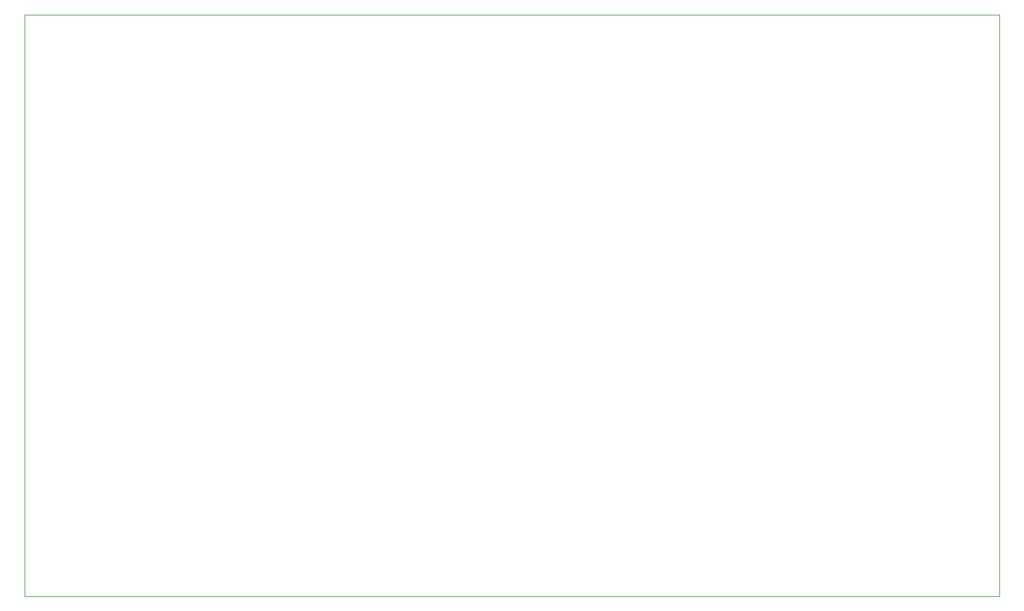
<source format=gbr>
%TF.GenerationSoftware,KiCad,Pcbnew,(6.0.8)*%
%TF.CreationDate,2022-10-31T04:00:38-03:00*%
%TF.ProjectId,pwr_mgmt,7077725f-6d67-46d7-942e-6b696361645f,0*%
%TF.SameCoordinates,Original*%
%TF.FileFunction,Profile,NP*%
%FSLAX46Y46*%
G04 Gerber Fmt 4.6, Leading zero omitted, Abs format (unit mm)*
G04 Created by KiCad (PCBNEW (6.0.8)) date 2022-10-31 04:00:38*
%MOMM*%
%LPD*%
G01*
G04 APERTURE LIST*
%TA.AperFunction,Profile*%
%ADD10C,0.100000*%
%TD*%
G04 APERTURE END LIST*
D10*
X111000000Y-80000000D02*
X245000000Y-80000000D01*
X245000000Y-80000000D02*
X245000000Y-160000000D01*
X245000000Y-160000000D02*
X111000000Y-160000000D01*
X111000000Y-160000000D02*
X111000000Y-80000000D01*
M02*

</source>
